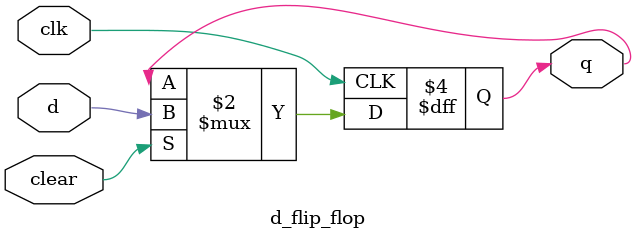
<source format=v>
`timescale 1ns / 1ps

module d_flip_flop(d, clk, q, clear);
    input d, clk, clear;
    output q;
    reg q;
    
    always @(posedge clk) if (clear) q <= d;

endmodule
</source>
